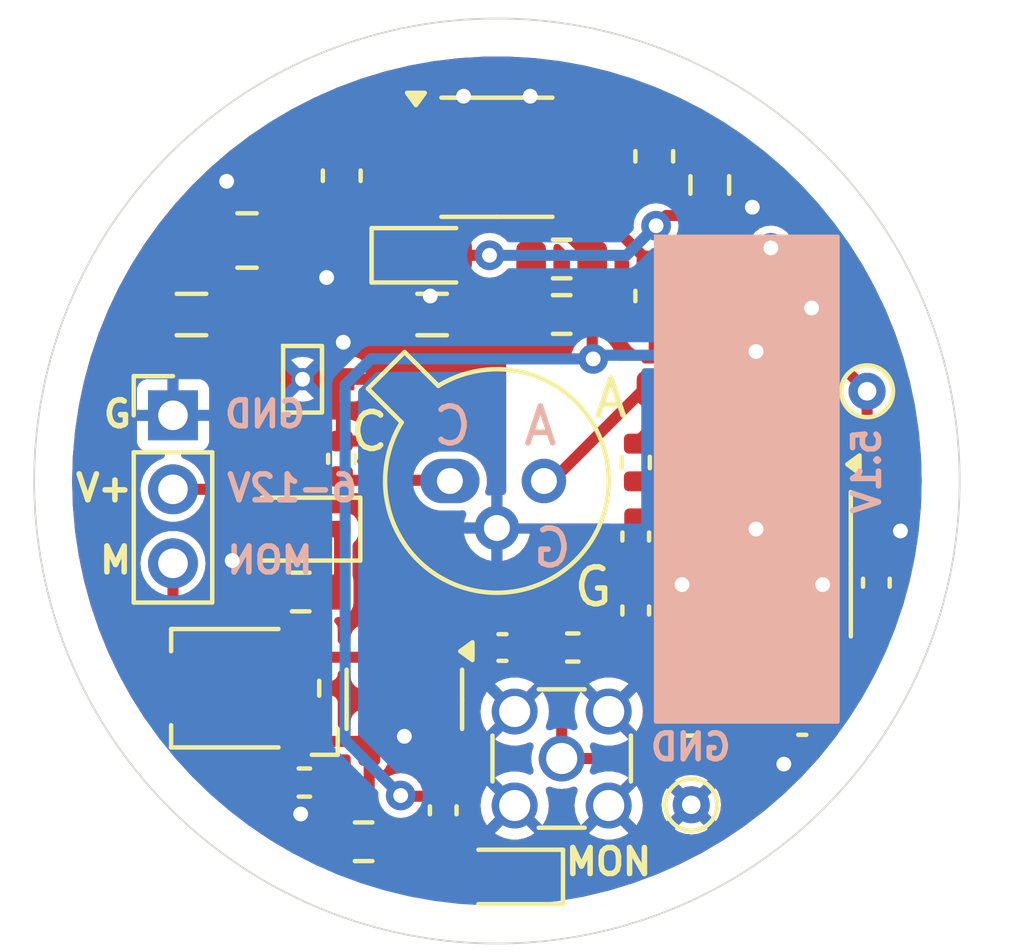
<source format=kicad_pcb>
(kicad_pcb (version 20240108) (generator "pcbnew") (generator_version "8.0")
  (layers (0 "F.Cu" signal) (31 "B.Cu" signal) (34 "B.Paste" user) (35 "F.Paste" user) (36 "B.SilkS" user "B.Silkscreen") (37 "F.SilkS" user "F.Silkscreen") (38 "B.Mask" user) (39 "F.Mask" user) (44 "Edge.Cuts" user))
  (net 0 "")
  (net 1 "/+9V")
  (net 2 "GND")
  (net 3 "/SET+")
  (net 4 "+5V")
  (net 5 "Net-(D3-K)")
  (net 6 "Net-(C5-Pad1)")
  (net 7 "Net-(U2-+V)")
  (net 8 "Net-(U2-Iin)")
  (net 9 "Net-(D3-A)")
  (net 10 "Net-(J2-In)")
  (net 11 "Net-(D2-A)")
  (net 12 "Net-(L1-Pad1)")
  (net 13 "Net-(U2--)")
  (net 17 "Net-(J1-Pin_3)")
  (net 18 "Net-(U2-Vbyp)")
  (net 19 "Net-(U3-+)")
  (net 20 "Net-(D1-K)")
  (net 21 "Net-(D1-A)")
  (net 22 "Net-(L2-Pad1)")
  (net 23 "Net-(U3--)")
  (net 24 "Net-(D4-A)")
  (footprint "Resistor_SMD:R_0603_1608Metric" (layer "F.Cu") (at 101.75 95.5 180)
    (property "Reference" "R3" (hide yes))
    (property "Value" "300R")
    (fp_line (start -0.237258 0.5225) (end 0.237258 0.5225) (stroke (width 0.12)) (layer "F.SilkS"))
    (fp_line (start -0.237258 -0.5225) (end 0.237258 -0.5225) (stroke (width 0.12)) (layer "F.SilkS"))
    (pad "1" smd roundrect (at -0.825 0 180) (size 0.8 0.95) (layers "F.Cu" "F.Paste" "F.Mask") (net 4 "+5V"))
    (pad "2" smd roundrect (at 0.825 0 180) (size 0.8 0.95) (layers "F.Cu" "F.Paste" "F.Mask") (net 12 "Net-(L1-Pad1)"))
  )
  (footprint "Resistor_SMD:R_0603_1608Metric" (layer "F.Cu") (at 94.7 103 180)
    (property "Reference" "R8" (hide yes))
    (property "Value" "10")
    (fp_line (start -0.237258 0.5225) (end 0.237258 0.5225) (stroke (width 0.12)) (layer "F.SilkS"))
    (fp_line (start -0.237258 -0.5225) (end 0.237258 -0.5225) (stroke (width 0.12)) (layer "F.SilkS"))
    (pad "1" smd roundrect (at -0.825 0 180) (size 0.8 0.95) (layers "F.Cu" "F.Paste" "F.Mask") (net 20 "Net-(D1-K)"))
    (pad "2" smd roundrect (at 0.825 0 180) (size 0.8 0.95) (layers "F.Cu" "F.Paste" "F.Mask") (net 22 "Net-(L2-Pad1)"))
  )
  (footprint "Resistor_SMD:R_0402_1005Metric" (layer "F.Cu") (at 102.05 104.5 180)
    (property "Reference" "R6" (hide yes))
    (property "Value" "100k")
    (fp_line (start -0.153641 0.38) (end 0.153641 0.38) (stroke (width 0.12)) (layer "F.SilkS"))
    (fp_line (start -0.153641 -0.38) (end 0.153641 -0.38) (stroke (width 0.12)) (layer "F.SilkS"))
    (pad "1" smd roundrect (at -0.51 0 180) (size 0.54 0.64) (layers "F.Cu" "F.Paste" "F.Mask") (net 10 "Net-(J2-In)"))
    (pad "2" smd roundrect (at 0.51 0 180) (size 0.54 0.64) (layers "F.Cu" "F.Paste" "F.Mask") (net 19 "Net-(U3-+)"))
  )
  (footprint "Diode_SMD:D_SOD-323" (layer "F.Cu") (at 94.7 101.3 180)
    (property "Reference" "D1" (hide yes))
    (property "Value" "1N5819WS")
    (fp_line (start -1.61 0.85) (end 1.05 0.85) (stroke (width 0.12)) (layer "F.SilkS"))
    (fp_line (start -1.61 -0.85) (end 1.05 -0.85) (stroke (width 0.12)) (layer "F.SilkS"))
    (fp_line (start -1.61 -0.85) (end -1.61 0.85) (stroke (width 0.12)) (layer "F.SilkS"))
    (pad "1" smd roundrect (at -1.05 0 180) (size 0.6 0.45) (layers "F.Cu" "F.Paste" "F.Mask") (net 20 "Net-(D1-K)"))
    (pad "2" smd roundrect (at 1.05 0 180) (size 0.6 0.45) (layers "F.Cu" "F.Paste" "F.Mask") (net 21 "Net-(D1-A)"))
  )
  (footprint "Capacitor_SMD:C_0603_1608Metric" (layer "F.Cu") (at 95.809 91.75 -90)
    (property "Reference" "C1" (hide yes))
    (property "Value" "4u7")
    (fp_line (start -0.14058 0.51) (end 0.14058 0.51) (stroke (width 0.12)) (layer "F.SilkS"))
    (fp_line (start -0.14058 -0.51) (end 0.14058 -0.51) (stroke (width 0.12)) (layer "F.SilkS"))
    (pad "1" smd roundrect (at -0.775 0 270) (size 0.9 0.95) (layers "F.Cu" "F.Paste" "F.Mask") (net 1 "/+9V"))
    (pad "2" smd roundrect (at 0.775 0 270) (size 0.9 0.95) (layers "F.Cu" "F.Paste" "F.Mask") (net 2 "GND"))
  )
  (footprint "Package_SO:MSOP-10-1EP_3x3mm_P0.5mm_EP1.68x1.88mm" (layer "F.Cu") (at 100 91.25)
    (property "Reference" "U1" (hide yes))
    (property "Value" "LT3042EMSE")
    (fp_line (start 0 -1.61) (end -1.5 -1.61) (stroke (width 0.12)) (layer "F.SilkS"))
    (fp_line (start 0 -1.61) (end 1.5 -1.61) (stroke (width 0.12)) (layer "F.SilkS"))
    (fp_line (start 0 1.61) (end -1.5 1.61) (stroke (width 0.12)) (layer "F.SilkS"))
    (fp_line (start 0 1.61) (end 1.5 1.61) (stroke (width 0.12)) (layer "F.SilkS"))
    (fp_poly (pts (xy -2.1875 -1.41) (xy -2.4275 -1.74) (xy -1.9475 -1.74) (xy -2.1875 -1.41)) (stroke (width 0.12)) (fill solid) (layer "F.SilkS"))
    (pad "1" smd roundrect (at -2.15 -1) (size 1.45 0.3) (layers "F.Cu" "F.Paste" "F.Mask") (net 1 "/+9V"))
    (pad "2" smd roundrect (at -2.15 -0.5) (size 1.45 0.3) (layers "F.Cu" "F.Paste" "F.Mask") (net 1 "/+9V"))
    (pad "3" smd roundrect (at -2.15 0) (size 1.45 0.3) (layers "F.Cu" "F.Paste" "F.Mask") (net 1 "/+9V"))
    (pad "4" smd roundrect (at -2.15 0.5) (size 1.45 0.3) (layers "F.Cu" "F.Paste" "F.Mask"))
    (pad "5" smd roundrect (at -2.15 1) (size 1.45 0.3) (layers "F.Cu" "F.Paste" "F.Mask") (net 2 "GND"))
    (pad "6" smd roundrect (at 2.15 1) (size 1.45 0.3) (layers "F.Cu" "F.Paste" "F.Mask") (net 1 "/+9V"))
    (pad "7" smd roundrect (at 2.15 0.5) (size 1.45 0.3) (layers "F.Cu" "F.Paste" "F.Mask") (net 3 "/SET+"))
    (pad "8" smd roundrect (at 2.15 0) (size 1.45 0.3) (layers "F.Cu" "F.Paste" "F.Mask") (net 2 "GND"))
    (pad "9" smd roundrect (at 2.15 -0.5) (size 1.45 0.3) (layers "F.Cu" "F.Paste" "F.Mask") (net 4 "+5V"))
    (pad "10" smd roundrect (at 2.15 -1) (size 1.45 0.3) (layers "F.Cu" "F.Paste" "F.Mask") (net 4 "+5V"))
    (pad "11" smd rect (at 0 0) (size 1.68 1.88) (property pad_prop_heatsink) (layers "F.Cu" "F.Mask") (net 2 "GND"))
  )
  (footprint "Capacitor_SMD:C_0603_1608Metric" (layer "F.Cu") (at 104.25 95 -90)
    (property "Reference" "C2" (hide yes))
    (property "Value" "4u7")
    (fp_line (start -0.14058 0.51) (end 0.14058 0.51) (stroke (width 0.12)) (layer "F.SilkS"))
    (fp_line (start -0.14058 -0.51) (end 0.14058 -0.51) (stroke (width 0.12)) (layer "F.SilkS"))
    (pad "1" smd roundrect (at -0.775 0 270) (size 0.9 0.95) (layers "F.Cu" "F.Paste" "F.Mask") (net 3 "/SET+"))
    (pad "2" smd roundrect (at 0.775 0 270) (size 0.9 0.95) (layers "F.Cu" "F.Paste" "F.Mask") (net 2 "GND"))
  )
  (footprint "Potentiometer_SMD:Potentiometer_Bourns_TC33X_Vertical" (layer "F.Cu") (at 93.1 105.6 180)
    (property "Reference" "RV1" (hide yes))
    (property "Value" "100k")
    (fp_line (start 1.9 1.6) (end 1.9 1) (stroke (width 0.12)) (layer "F.SilkS"))
    (fp_line (start 1.9 -1.6) (end 1.9 -1) (stroke (width 0.12)) (layer "F.SilkS"))
    (fp_line (start -1 1.6) (end 1.9 1.6) (stroke (width 0.12)) (layer "F.SilkS"))
    (fp_line (start -1 -1.6) (end 1.9 -1.6) (stroke (width 0.12)) (layer "F.SilkS"))
    (fp_line (start -1.9 -1.8) (end -2.6 -1.8) (stroke (width 0.12)) (layer "F.SilkS"))
    (fp_line (start -2.1 -0.2) (end -2.1 0.2) (stroke (width 0.12)) (layer "F.SilkS"))
    (fp_line (start -2.6 -1.8) (end -2.6 -1.1) (stroke (width 0.12)) (layer "F.SilkS"))
    (pad "1" smd rect (at -1.8 -1 180) (size 1.2 1.2) (layers "F.Cu" "F.Paste" "F.Mask") (net 17 "Net-(J1-Pin_3)"))
    (pad "2" smd rect (at 1.45 0 180) (size 1.5 1.6) (layers "F.Cu" "F.Paste" "F.Mask") (net 17 "Net-(J1-Pin_3)"))
    (pad "3" smd rect (at -1.8 1 180) (size 1.2 1.2) (layers "F.Cu" "F.Paste" "F.Mask") (net 23 "Net-(U3--)"))
  )
  (footprint "NFM:NFM21C" (layer "F.Cu") (at 108.5 95.325 -90)
    (property "Reference" "C6" (hide yes))
    (property "Value" "NFM21PC105B1C3D")
    (fp_rect (start -0.9 0.525) (end 0.9 -0.525) (stroke (width 0.12)) (fill none) (layer "F.SilkS"))
    (pad "1" smd roundrect (at -1.425 0 270) (size 1.4 0.8) (layers "F.Cu" "F.Paste" "F.Mask") (roundrect_rratio 0.05) (net 4 "+5V"))
    (pad "2" smd roundrect (at 0 -0.85 270) (size 0.6 1.1) (layers "F.Cu" "F.Paste" "F.Mask") (roundrect_rratio 0.05) (net 2 "GND"))
    (pad "2" thru_hole circle (at 0 0 270) (size 0.6 0.6) (drill 0.4) (layers "*.Cu") (net 2 "GND"))
    (pad "2" smd rect (at 0 0 270) (size 0.6 0.7) (layers "F.Cu") (net 2 "GND"))
    (pad "2" smd roundrect (at 0 0.85 270) (size 0.6 1.1) (layers "F.Cu" "F.Paste" "F.Mask") (roundrect_rratio 0.05) (net 2 "GND"))
    (pad "3" smd roundrect (at 1.425 0 270) (size 1.4 0.8) (layers "F.Cu" "F.Paste" "F.Mask") (roundrect_rratio 0.05) (net 7 "Net-(U2-+V)"))
  )
  (footprint "Capacitor_SMD:C_0402_1005Metric" (layer "F.Cu") (at 100.15 104.5)
    (property "Reference" "C11" (hide yes))
    (property "Value" "1n")
    (fp_line (start -0.107836 -0.36) (end 0.107836 -0.36) (stroke (width 0.12)) (layer "F.SilkS"))
    (fp_line (start -0.107836 0.36) (end 0.107836 0.36) (stroke (width 0.12)) (layer "F.SilkS"))
    (pad "1" smd roundrect (at -0.48 0) (size 0.56 0.62) (layers "F.Cu" "F.Paste" "F.Mask") (net 2 "GND"))
    (pad "2" smd roundrect (at 0.48 0) (size 0.56 0.62) (layers "F.Cu" "F.Paste" "F.Mask") (net 19 "Net-(U3-+)"))
  )
  (footprint "Package_SO:SOIC-8_3.9x4.9mm_P1.27mm" (layer "F.Cu") (at 107 102.25 -90)
    (property "Reference" "U2" (hide yes))
    (property "Value" "AD8015")
    (fp_line (start 0 2.56) (end -1.95 2.56) (stroke (width 0.12)) (layer "F.SilkS"))
    (fp_line (start 0 2.56) (end 1.95 2.56) (stroke (width 0.12)) (layer "F.SilkS"))
    (fp_line (start 0 -2.56) (end -1.95 -2.56) (stroke (width 0.12)) (layer "F.SilkS"))
    (fp_line (start 0 -2.56) (end 1.95 -2.56) (stroke (width 0.12)) (layer "F.SilkS"))
    (fp_poly (pts (xy -2.7 -2.465) (xy -2.94 -2.795) (xy -2.46 -2.795) (xy -2.7 -2.465)) (stroke (width 0.12)) (fill solid) (layer "F.SilkS"))
    (pad "1" smd roundrect (at -2.475 -1.905 270) (size 1.95 0.6) (layers "F.Cu" "F.Paste" "F.Mask"))
    (pad "2" smd roundrect (at -2.475 -0.635 270) (size 1.95 0.6) (layers "F.Cu" "F.Paste" "F.Mask") (net 8 "Net-(U2-Iin)"))
    (pad "3" smd roundrect (at -2.475 0.635 270) (size 1.95 0.6) (layers "F.Cu" "F.Paste" "F.Mask"))
    (pad "4" smd roundrect (at -2.475 1.905 270) (size 1.95 0.6) (layers "F.Cu" "F.Paste" "F.Mask") (net 18 "Net-(U2-Vbyp)"))
    (pad "5" smd roundrect (at 2.475 1.905 270) (size 1.95 0.6) (layers "F.Cu" "F.Paste" "F.Mask") (net 2 "GND"))
    (pad "6" smd roundrect (at 2.475 0.635 270) (size 1.95 0.6) (layers "F.Cu" "F.Paste" "F.Mask") (net 13 "Net-(U2--)"))
    (pad "7" smd roundrect (at 2.475 -0.635 270) (size 1.95 0.6) (layers "F.Cu" "F.Paste" "F.Mask") (net 10 "Net-(J2-In)"))
    (pad "8" smd roundrect (at 2.475 -1.905 270) (size 1.95 0.6) (layers "F.Cu" "F.Paste" "F.Mask") (net 7 "Net-(U2-+V)"))
  )
  (footprint "Resistor_SMD:R_0402_1005Metric" (layer "F.Cu") (at 103.75 99.5 -90)
    (property "Reference" "R4" (hide yes))
    (property "Value" "10k")
    (fp_line (start -0.153641 0.38) (end 0.153641 0.38) (stroke (width 0.12)) (layer "F.SilkS"))
    (fp_line (start -0.153641 -0.38) (end 0.153641 -0.38) (stroke (width 0.12)) (layer "F.SilkS"))
    (pad "1" smd roundrect (at -0.51 0 270) (size 0.54 0.64) (layers "F.Cu" "F.Paste" "F.Mask") (net 9 "Net-(D3-A)"))
    (pad "2" smd roundrect (at 0.51 0 270) (size 0.54 0.64) (layers "F.Cu" "F.Paste" "F.Mask") (net 2 "GND"))
  )
  (footprint "Resistor_SMD:R_0603_1608Metric" (layer "F.Cu") (at 105.75 95 -90)
    (property "Reference" "R1" (hide yes))
    (property "Value" "51k")
    (fp_line (start -0.237258 0.5225) (end 0.237258 0.5225) (stroke (width 0.12)) (layer "F.SilkS"))
    (fp_line (start -0.237258 -0.5225) (end 0.237258 -0.5225) (stroke (width 0.12)) (layer "F.SilkS"))
    (pad "1" smd roundrect (at -0.825 0 270) (size 0.8 0.95) (layers "F.Cu" "F.Paste" "F.Mask") (net 3 "/SET+"))
    (pad "2" smd roundrect (at 0.825 0 270) (size 0.8 0.95) (layers "F.Cu" "F.Paste" "F.Mask") (net 2 "GND"))
  )
  (footprint "Capacitor_SMD:C_0402_1005Metric" (layer "F.Cu") (at 95.8 99.4 90)
    (property "Reference" "C7" (hide yes))
    (property "Value" "10n")
    (fp_line (start -0.107836 -0.36) (end 0.107836 -0.36) (stroke (width 0.12)) (layer "F.SilkS"))
    (fp_line (start -0.107836 0.36) (end 0.107836 0.36) (stroke (width 0.12)) (layer "F.SilkS"))
    (pad "1" smd roundrect (at -0.48 0 90) (size 0.56 0.62) (layers "F.Cu" "F.Paste" "F.Mask") (net 5 "Net-(D3-K)"))
    (pad "2" smd roundrect (at 0.48 0 90) (size 0.56 0.62) (layers "F.Cu" "F.Paste" "F.Mask") (net 2 "GND"))
  )
  (footprint "Resistor_SMD:R_0402_1005Metric" (layer "F.Cu") (at 105.25 106.5 180)
    (property "Reference" "R5" (hide yes))
    (property "Value" "49.9")
    (fp_line (start -0.153641 0.38) (end 0.153641 0.38) (stroke (width 0.12)) (layer "F.SilkS"))
    (fp_line (start -0.153641 -0.38) (end 0.153641 -0.38) (stroke (width 0.12)) (layer "F.SilkS"))
    (pad "1" smd roundrect (at -0.51 0 180) (size 0.54 0.64) (layers "F.Cu" "F.Paste" "F.Mask") (net 13 "Net-(U2--)"))
    (pad "2" smd roundrect (at 0.51 0 180) (size 0.54 0.64) (layers "F.Cu" "F.Paste" "F.Mask") (net 2 "GND"))
  )
  (footprint "TestPoint:TestPoint_THTPad_D1.0mm_Drill0.5mm" (layer "F.Cu") (at 105.25 108.75)
    (property "Reference" "TP2" (hide yes))
    (property "Value" "GND")
    (fp_circle (center 0 0) (end 0 0.7) (stroke (width 0.12)) (fill none) (layer "F.SilkS"))
    (pad "1" thru_hole circle (at 0 0) (size 1 1) (drill 0.5) (layers "*.Cu" "*.Mask") (net 2 "GND"))
  )
  (footprint "Capacitor_SMD:C_0402_1005Metric" (layer "F.Cu") (at 103.75 103.5 -90)
    (property "Reference" "C14" (hide yes))
    (property "Value" "100n")
    (fp_line (start -0.107836 0.36) (end 0.107836 0.36) (stroke (width 0.12)) (layer "F.SilkS"))
    (fp_line (start -0.107836 -0.36) (end 0.107836 -0.36) (stroke (width 0.12)) (layer "F.SilkS"))
    (pad "1" smd roundrect (at -0.48 0 270) (size 0.56 0.62) (layers "F.Cu" "F.Paste" "F.Mask") (net 18 "Net-(U2-Vbyp)"))
    (pad "2" smd roundrect (at 0.48 0 270) (size 0.56 0.62) (layers "F.Cu" "F.Paste" "F.Mask") (net 2 "GND"))
  )
  (footprint "Inductor_SMD:L_0805_2012Metric" (layer "F.Cu") (at 98.25 95.5 180)
    (property "Reference" "L1" (hide yes))
    (property "Value" "100u")
    (fp_line (start -0.399622 0.56) (end 0.399622 0.56) (stroke (width 0.12)) (layer "F.SilkS"))
    (fp_line (start -0.399622 -0.56) (end 0.399622 -0.56) (stroke (width 0.12)) (layer "F.SilkS"))
    (pad "1" smd roundrect (at -1.0625 0 180) (size 0.875 1.2) (layers "F.Cu" "F.Paste" "F.Mask") (net 12 "Net-(L1-Pad1)"))
    (pad "2" smd roundrect (at 1.0625 0 180) (size 0.875 1.2) (layers "F.Cu" "F.Paste" "F.Mask") (net 6 "Net-(C5-Pad1)"))
  )
  (footprint "Connector_PinHeader_2.00mm:PinHeader_1x03_P2.00mm_Vertical" (layer "F.Cu") (at 91.25 98.225)
    (property "Reference" "J1" (hide yes))
    (property "Value" "Conn_01x03")
    (fp_line (start -1.06 -1.06) (end 0 -1.06) (stroke (width 0.12)) (layer "F.SilkS"))
    (fp_line (start -1.06 0) (end -1.06 -1.06) (stroke (width 0.12)) (layer "F.SilkS"))
    (fp_line (start -1.06 1) (end -1.06 5.06) (stroke (width 0.12)) (layer "F.SilkS"))
    (fp_line (start -1.06 1) (end 1.06 1) (stroke (width 0.12)) (layer "F.SilkS"))
    (fp_line (start -1.06 5.06) (end 1.06 5.06) (stroke (width 0.12)) (layer "F.SilkS"))
    (fp_line (start 1.06 1) (end 1.06 5.06) (stroke (width 0.12)) (layer "F.SilkS"))
    (pad "1" thru_hole rect (at 0 0) (size 1.35 1.35) (drill 0.8) (layers "*.Cu" "*.Mask") (net 2 "GND"))
    (pad "2" thru_hole oval (at 0 2) (size 1.35 1.35) (drill 0.8) (layers "*.Cu" "*.Mask") (net 21 "Net-(D1-A)"))
    (pad "3" thru_hole oval (at 0 4) (size 1.35 1.35) (drill 0.8) (layers "*.Cu" "*.Mask") (net 17 "Net-(J1-Pin_3)"))
  )
  (footprint "Resistor_SMD:R_0402_1005Metric" (layer "F.Cu") (at 94.8 108.15)
    (property "Reference" "R10" (hide yes))
    (property "Value" "10k")
    (fp_line (start -0.153641 -0.38) (end 0.153641 -0.38) (stroke (width 0.12)) (layer "F.SilkS"))
    (fp_line (start -0.153641 0.38) (end 0.153641 0.38) (stroke (width 0.12)) (layer "F.SilkS"))
    (pad "1" smd roundrect (at -0.51 0) (size 0.54 0.64) (layers "F.Cu" "F.Paste" "F.Mask") (net 23 "Net-(U3--)"))
    (pad "2" smd roundrect (at 0.51 0) (size 0.54 0.64) (layers "F.Cu" "F.Paste" "F.Mask") (net 2 "GND"))
  )
  (footprint "Capacitor_SMD:C_0402_1005Metric" (layer "F.Cu") (at 98.55 108.9 -90)
    (property "Reference" "C4" (hide yes))
    (property "Value" "100n")
    (fp_line (start -0.107836 0.36) (end 0.107836 0.36) (stroke (width 0.12)) (layer "F.SilkS"))
    (fp_line (start -0.107836 -0.36) (end 0.107836 -0.36) (stroke (width 0.12)) (layer "F.SilkS"))
    (pad "1" smd roundrect (at -0.48 0 270) (size 0.56 0.62) (layers "F.Cu" "F.Paste" "F.Mask") (net 4 "+5V"))
    (pad "2" smd roundrect (at 0.48 0 270) (size 0.56 0.62) (layers "F.Cu" "F.Paste" "F.Mask") (net 2 "GND"))
  )
  (footprint "Connector_Coaxial:MMCX_Molex_73415-1471_Vertical" (layer "F.Cu") (at 101.75 107.5 180)
    (property "Reference" "J2" (hide yes))
    (property "Value" "RF")
    (fp_line (start 1.87 0.62) (end 1.87 -0.62) (stroke (width 0.12)) (layer "F.SilkS"))
    (fp_line (start 0.62 1.87) (end -0.62 1.87) (stroke (width 0.12)) (layer "F.SilkS"))
    (fp_line (start 0.62 -1.87) (end -0.62 -1.87) (stroke (width 0.12)) (layer "F.SilkS"))
    (fp_line (start -1.87 0.62) (end -1.87 -0.62) (stroke (width 0.12)) (layer "F.SilkS"))
    (pad "1" thru_hole circle (at 0 0 180) (size 1.24 1.24) (drill 0.84) (layers "*.Cu" "*.Mask") (net 10 "Net-(J2-In)"))
    (pad "2" thru_hole circle (at -1.27 -1.27 180) (size 1.24 1.24) (drill 0.84) (layers "*.Cu" "*.Mask") (net 2 "GND"))
    (pad "2" thru_hole circle (at -1.27 1.27 180) (size 1.24 1.24) (drill 0.84) (layers "*.Cu" "*.Mask") (net 2 "GND"))
    (pad "2" thru_hole circle (at 1.27 -1.27 180) (size 1.24 1.24) (drill 0.84) (layers "*.Cu" "*.Mask") (net 2 "GND"))
    (pad "2" thru_hole circle (at 1.27 1.27 180) (size 1.24 1.24) (drill 0.84) (layers "*.Cu" "*.Mask") (net 2 "GND"))
  )
  (footprint "NFM:NFM21C" (layer "F.Cu") (at 94.75 97.25 -90)
    (property "Reference" "C5" (hide yes))
    (property "Value" "NFM21PC105B1C3D")
    (fp_rect (start -0.9 0.525) (end 0.9 -0.525) (stroke (width 0.12)) (fill none) (layer "F.SilkS"))
    (pad "1" smd roundrect (at -1.425 0 270) (size 1.4 0.8) (layers "F.Cu" "F.Paste" "F.Mask") (roundrect_rratio 0.05) (net 6 "Net-(C5-Pad1)"))
    (pad "2" smd roundrect (at 0 -0.85 270) (size 0.6 1.1) (layers "F.Cu" "F.Paste" "F.Mask") (roundrect_rratio 0.05) (net 2 "GND"))
    (pad "2" thru_hole circle (at 0 0 270) (size 0.6 0.6) (drill 0.4) (layers "*.Cu") (net 2 "GND"))
    (pad "2" smd rect (at 0 0 270) (size 0.6 0.7) (layers "F.Cu") (net 2 "GND"))
    (pad "2" smd roundrect (at 0 0.85 270) (size 0.6 1.1) (layers "F.Cu" "F.Paste" "F.Mask") (roundrect_rratio 0.05) (net 2 "GND"))
    (pad "3" smd roundrect (at 1.425 0 270) (size 1.4 0.8) (layers "F.Cu" "F.Paste" "F.Mask") (roundrect_rratio 0.05) (net 5 "Net-(D3-K)"))
  )
  (footprint "Capacitor_SMD:C_0402_1005Metric" (layer "F.Cu") (at 110.25 102.75 90)
    (property "Reference" "C10" (hide yes))
    (property "Value" "100n")
    (fp_line (start -0.107836 -0.36) (end 0.107836 -0.36) (stroke (width 0.12)) (layer "F.SilkS"))
    (fp_line (start -0.107836 0.36) (end 0.107836 0.36) (stroke (width 0.12)) (layer "F.SilkS"))
    (pad "1" smd roundrect (at -0.48 0 90) (size 0.56 0.62) (layers "F.Cu" "F.Paste" "F.Mask") (net 7 "Net-(U2-+V)"))
    (pad "2" smd roundrect (at 0.48 0 90) (size 0.56 0.62) (layers "F.Cu" "F.Paste" "F.Mask") (net 2 "GND"))
  )
  (footprint "Package_TO_SOT_SMD:SOT-23-5" (layer "F.Cu") (at 97.5 105.9 -90)
    (property "Reference" "U3" (hide yes))
    (property "Value" "LM321")
    (fp_line (start 0 1.56) (end -0.8 1.56) (stroke (width 0.12)) (layer "F.SilkS"))
    (fp_line (start 0 1.56) (end 0.8 1.56) (stroke (width 0.12)) (layer "F.SilkS"))
    (fp_line (start 0 -1.56) (end -0.8 -1.56) (stroke (width 0.12)) (layer "F.SilkS"))
    (fp_line (start 0 -1.56) (end 0.8 -1.56) (stroke (width 0.12)) (layer "F.SilkS"))
    (fp_poly (pts (xy -1.3 -1.51) (xy -1.54 -1.84) (xy -1.06 -1.84) (xy -1.3 -1.51)) (stroke (width 0.12)) (fill solid) (layer "F.SilkS"))
    (pad "1" smd roundrect (at -1.1375 -0.95 270) (size 1.325 0.6) (layers "F.Cu" "F.Paste" "F.Mask") (net 19 "Net-(U3-+)"))
    (pad "2" smd roundrect (at -1.1375 0 270) (size 1.325 0.6) (layers "F.Cu" "F.Paste" "F.Mask") (net 2 "GND"))
    (pad "3" smd roundrect (at -1.1375 0.95 270) (size 1.325 0.6) (layers "F.Cu" "F.Paste" "F.Mask") (net 23 "Net-(U3--)"))
    (pad "4" smd roundrect (at 1.1375 0.95 270) (size 1.325 0.6) (layers "F.Cu" "F.Paste" "F.Mask") (net 17 "Net-(J1-Pin_3)"))
    (pad "5" smd roundrect (at 1.1375 -0.95 270) (size 1.325 0.6) (layers "F.Cu" "F.Paste" "F.Mask") (net 4 "+5V"))
  )
  (footprint "LED_SMD:LED_0603_1608Metric" (layer "F.Cu") (at 100.3 110.7 180)
    (property "Reference" "D4" (hide yes))
    (property "Value" "LED")
    (fp_line (start 0.8 -0.735) (end -1.485 -0.735) (stroke (width 0.12)) (layer "F.SilkS"))
    (fp_line (start -1.485 0.735) (end 0.8 0.735) (stroke (width 0.12)) (layer "F.SilkS"))
    (fp_line (start -1.485 -0.735) (end -1.485 0.735) (stroke (width 0.12)) (layer "F.SilkS"))
    (pad "1" smd roundrect (at -0.7875 0 180) (size 0.875 0.95) (layers "F.Cu" "F.Paste" "F.Mask") (net 2 "GND"))
    (pad "2" smd roundrect (at 0.7875 0 180) (size 0.875 0.95) (layers "F.Cu" "F.Paste" "F.Mask") (net 24 "Net-(D4-A)"))
  )
  (footprint "Resistor_SMD:R_0603_1608Metric" (layer "F.Cu") (at 105.75 92 90)
    (property "Reference" "R2" (hide yes))
    (property "Value" "1.5k")
    (fp_line (start -0.237258 -0.5225) (end 0.237258 -0.5225) (stroke (width 0.12)) (layer "F.SilkS"))
    (fp_line (start -0.237258 0.5225) (end 0.237258 0.5225) (stroke (width 0.12)) (layer "F.SilkS"))
    (pad "1" smd roundrect (at -0.825 0 90) (size 0.8 0.95) (layers "F.Cu" "F.Paste" "F.Mask") (net 11 "Net-(D2-A)"))
    (pad "2" smd roundrect (at 0.825 0 90) (size 0.8 0.95) (layers "F.Cu" "F.Paste" "F.Mask") (net 4 "+5V"))
  )
  (footprint "Capacitor_SMD:C_0805_2012Metric" (layer "F.Cu") (at 93.25 93.5 180)
    (property "Reference" "C12" (hide yes))
    (property "Value" "22u")
    (fp_line (start -0.261252 0.735) (end 0.261252 0.735) (stroke (width 0.12)) (layer "F.SilkS"))
    (fp_line (start -0.261252 -0.735) (end 0.261252 -0.735) (stroke (width 0.12)) (layer "F.SilkS"))
    (pad "1" smd roundrect (at -0.95 0 180) (size 1 1.45) (layers "F.Cu" "F.Paste" "F.Mask") (net 1 "/+9V"))
    (pad "2" smd roundrect (at 0.95 0 180) (size 1 1.45) (layers "F.Cu" "F.Paste" "F.Mask") (net 2 "GND"))
  )
  (footprint "Capacitor_SMD:C_0402_1005Metric" (layer "F.Cu") (at 108.25 106.5 180)
    (property "Reference" "C9" (hide yes))
    (property "Value" "10n")
    (fp_line (start -0.107836 0.36) (end 0.107836 0.36) (stroke (width 0.12)) (layer "F.SilkS"))
    (fp_line (start -0.107836 -0.36) (end 0.107836 -0.36) (stroke (width 0.12)) (layer "F.SilkS"))
    (pad "1" smd roundrect (at -0.48 0 180) (size 0.56 0.62) (layers "F.Cu" "F.Paste" "F.Mask") (net 7 "Net-(U2-+V)"))
    (pad "2" smd roundrect (at 0.48 0 180) (size 0.56 0.62) (layers "F.Cu" "F.Paste" "F.Mask") (net 2 "GND"))
  )
  (footprint "Capacitor_SMD:C_0603_1608Metric" (layer "F.Cu") (at 104.25 91.224 -90)
    (property "Reference" "C3" (hide yes))
    (property "Value" "4u7")
    (fp_line (start -0.14058 0.51) (end 0.14058 0.51) (stroke (width 0.12)) (layer "F.SilkS"))
    (fp_line (start -0.14058 -0.51) (end 0.14058 -0.51) (stroke (width 0.12)) (layer "F.SilkS"))
    (pad "1" smd roundrect (at -0.775 0 270) (size 0.9 0.95) (layers "F.Cu" "F.Paste" "F.Mask") (net 4 "+5V"))
    (pad "2" smd roundrect (at 0.775 0 270) (size 0.9 0.95) (layers "F.Cu" "F.Paste" "F.Mask") (net 2 "GND"))
  )
  (footprint "Inductor_SMD:L_0805_2012Metric" (layer "F.Cu") (at 91.75 95.5)
    (property "Reference" "L2" (hide yes))
    (property "Value" "100u")
    (fp_line (start -0.399622 -0.56) (end 0.399622 -0.56) (stroke (width 0.12)) (layer "F.SilkS"))
    (fp_line (start -0.399622 0.56) (end 0.399622 0.56) (stroke (width 0.12)) (layer "F.SilkS"))
    (pad "1" smd roundrect (at -1.0625 0) (size 0.875 1.2) (layers "F.Cu" "F.Paste" "F.Mask") (net 22 "Net-(L2-Pad1)"))
    (pad "2" smd roundrect (at 1.0625 0) (size 0.875 1.2) (layers "F.Cu" "F.Paste" "F.Mask") (net 1 "/+9V"))
  )
  (footprint "Resistor_SMD:R_0603_1608Metric" (layer "F.Cu") (at 101.75 94 180)
    (property "Reference" "R9" (hide yes))
    (property "Value" "300R")
    (fp_line (start -0.237258 0.5225) (end 0.237258 0.5225) (stroke (width 0.12)) (layer "F.SilkS"))
    (fp_line (start -0.237258 -0.5225) (end 0.237258 -0.5225) (stroke (width 0.12)) (layer "F.SilkS"))
    (pad "1" smd roundrect (at -0.825 0 180) (size 0.8 0.95) (layers "F.Cu" "F.Paste" "F.Mask") (net 1 "/+9V"))
    (pad "2" smd roundrect (at 0.825 0 180) (size 0.8 0.95) (layers "F.Cu" "F.Paste" "F.Mask") (net 12 "Net-(L1-Pad1)"))
  )
  (footprint "Capacitor_SMD:C_0603_1608Metric" (layer "F.Cu") (at 105 97.5)
    (property "Reference" "C8" (hide yes))
    (property "Value" "10n C0G")
    (fp_line (start -0.14058 -0.51) (end 0.14058 -0.51) (stroke (width 0.12)) (layer "F.SilkS"))
    (fp_line (start -0.14058 0.51) (end 0.14058 0.51) (stroke (width 0.12)) (layer "F.SilkS"))
    (pad "1" smd roundrect (at -0.775 0) (size 0.9 0.95) (layers "F.Cu" "F.Paste" "F.Mask") (net 9 "Net-(D3-A)"))
    (pad "2" smd roundrect (at 0.775 0) (size 0.9 0.95) (layers "F.Cu" "F.Paste" "F.Mask") (net 8 "Net-(U2-Iin)"))
  )
  (footprint "Package_TO_SOT_THT:TO-18-3" (layer "F.Cu") (at 100 100)
    (property "Reference" "D3" (hide yes))
    (property "Value" "S597x")
    (fp_line (start -3.484448 -2.494499) (end -2.572281 -1.582331) (stroke (width 0.12)) (layer "F.SilkS"))
    (fp_line (start -2.494499 -3.484448) (end -3.484448 -2.494499) (stroke (width 0.12)) (layer "F.SilkS"))
    (fp_line (start -1.582331 -2.572281) (end -2.494499 -3.484448) (stroke (width 0.12)) (layer "F.SilkS"))
    (fp_arc (start -1.582331 -2.572281) (mid 2.135374 2.135551) (end -2.57215 -1.582544) (stroke (width 0.12)) (layer "F.SilkS"))
    (pad "1" thru_hole oval (at -1.27 0) (size 1.6 1.2) (drill 0.7) (layers "*.Cu" "*.Mask") (net 5 "Net-(D3-K)"))
    (pad "2" thru_hole oval (at 0 1.27) (size 1.2 1.2) (drill 0.7) (layers "*.Cu" "*.Mask") (net 2 "GND"))
    (pad "3" thru_hole oval (at 1.27 0) (size 1.2 1.2) (drill 0.7) (layers "*.Cu" "*.Mask") (net 9 "Net-(D3-A)"))
  )
  (footprint "TestPoint:TestPoint_THTPad_D1.0mm_Drill0.5mm" (layer "F.Cu") (at 110 97.575)
    (property "Reference" "TP1" (hide yes))
    (property "Value" "+V")
    (fp_circle (center 0 0) (end 0 0.7) (stroke (width 0.12)) (fill none) (layer "F.SilkS"))
    (pad "1" thru_hole circle (at 0 0) (size 1 1) (drill 0.5) (layers "*.Cu" "*.Mask") (net 7 "Net-(U2-+V)"))
  )
  (footprint "Resistor_SMD:R_0603_1608Metric" (layer "F.Cu") (at 96.4 109.75 180)
    (property "Reference" "R11" (hide yes))
    (property "Value" "1.5k")
    (fp_line (start -0.237258 0.5225) (end 0.237258 0.5225) (stroke (width 0.12)) (layer "F.SilkS"))
    (fp_line (start -0.237258 -0.5225) (end 0.237258 -0.5225) (stroke (width 0.12)) (layer "F.SilkS"))
    (pad "1" smd roundrect (at -0.825 0 180) (size 0.8 0.95) (layers "F.Cu" "F.Paste" "F.Mask") (net 24 "Net-(D4-A)"))
    (pad "2" smd roundrect (at 0.825 0 180) (size 0.8 0.95) (layers "F.Cu" "F.Paste" "F.Mask") (net 17 "Net-(J1-Pin_3)"))
  )
  (footprint "Capacitor_SMD:C_0402_1005Metric" (layer "F.Cu") (at 103.75 101.5 90)
    (property "Reference" "C13" (hide yes))
    (property "Value" "10n")
    (fp_line (start -0.107836 -0.36) (end 0.107836 -0.36) (stroke (width 0.12)) (layer "F.SilkS"))
    (fp_line (start -0.107836 0.36) (end 0.107836 0.36) (stroke (width 0.12)) (layer "F.SilkS"))
    (pad "1" smd roundrect (at -0.48 0 90) (size 0.56 0.62) (layers "F.Cu" "F.Paste" "F.Mask") (net 18 "Net-(U2-Vbyp)"))
    (pad "2" smd roundrect (at 0.48 0 90) (size 0.56 0.62) (layers "F.Cu" "F.Paste" "F.Mask") (net 2 "GND"))
  )
  (footprint "LED_SMD:LED_0603_1608Metric" (layer "F.Cu") (at 98.1 93.9)
    (property "Reference" "D2" (hide yes))
    (property "Value" "LED")
    (fp_line (start -1.485 -0.735) (end -1.485 0.735) (stroke (width 0.12)) (layer "F.SilkS"))
    (fp_line (start -1.485 0.735) (end 0.8 0.735) (stroke (width 0.12)) (layer "F.SilkS"))
    (fp_line (start 0.8 -0.735) (end -1.485 -0.735) (stroke (width 0.12)) (layer "F.SilkS"))
    (pad "1" smd roundrect (at -0.7875 0) (size 0.875 0.95) (layers "F.Cu" "F.Paste" "F.Mask") (net 2 "GND"))
    (pad "2" smd roundrect (at 0.7875 0) (size 0.875 0.95) (layers "F.Cu" "F.Paste" "F.Mask") (net 11 "Net-(D2-A)"))
  )
  (gr_rect (start 104.3 93.4) (end 109.2 106.5) (stroke (width 0.12)) (fill solid) (layer "B.SilkS"))
  (gr_circle (center 100 100) (end 112.5 100) (stroke (width 0.05)) (fill none) (layer "Edge.Cuts"))
  (gr_text "GND" (at 106.4 107.6 0) (layer "B.SilkS") (effects (font (size 0.7 0.7)) (justify left bottom mirror)))
  (gr_text "A" (at 101.7 99.1 -0) (layer "B.SilkS") (effects (font (size 1 1)) (justify left bottom mirror)))
  (gr_text "C" (at 99.4 99.1 -0) (layer "B.SilkS") (effects (font (size 1 1)) (justify left bottom mirror)))
  (gr_text "6-12V" (at 96.3 100.6 0) (layer "B.SilkS") (effects (font (size 0.7 0.7)) (justify left bottom mirror)))
  (gr_text "5.1V" (at 110.4 98.5 90) (layer "B.SilkS") (effects (font (size 0.7 0.7)) (justify left bottom mirror)))
  (gr_text "G" (at 102.1 102.4 -0) (layer "B.SilkS") (effects (font (size 1 1)) (justify left bottom mirror)))
  (gr_text "MON" (at 95.1 102.55 0) (layer "B.SilkS") (effects (font (size 0.7 0.7)) (justify left bottom mirror)))
  (gr_text "GND" (at 94.9 98.6 0) (layer "B.SilkS") (effects (font (size 0.7 0.7)) (justify left bottom mirror)))
  (gr_text "MON" (at 101.785 110.7 0) (layer "F.SilkS") (effects (font (size 0.7 0.7)) (justify left bottom)))
  (gr_text "C" (at 95.95 99.25 0) (layer "F.SilkS") (effects (font (size 1 1)) (justify left bottom)))
  (gr_text "G" (at 102 103.45 0) (layer "F.SilkS") (effects (font (size 1 1)) (justify left bottom)))
  (gr_text "M" (at 89.2 102.55 0) (layer "F.SilkS") (effects (font (size 0.7 0.7)) (justify left bottom)))
  (gr_text "V+" (at 88.55 100.6 0) (layer "F.SilkS") (effects (font (size 0.7 0.7)) (justify left bottom)))
  (gr_text "G" (at 89.3 98.6 0) (layer "F.SilkS") (effects (font (size 0.7 0.7)) (justify left bottom)))
  (gr_text "A" (at 102.55 98.35 0) (layer "F.SilkS") (effects (font (size 1 1)) (justify left bottom)))
  (segment (start 101.65 93) (end 102.15 92.5) (width 0.3) (layer "F.Cu") (net 1))
  (segment (start 94.2 93.5) (end 96.057696 93.5) (width 0.3) (layer "F.Cu") (net 1))
  (segment (start 95.809 90.975) (end 94.525 90.975) (width 0.6) (layer "F.Cu") (net 1))
  (segment (start 94.525 90.975) (end 94.2 91.3) (width 0.6) (layer "F.Cu") (net 1))
  (segment (start 101.575 93) (end 102.575 94) (width 0.3) (layer "F.Cu") (net 1))
  (segment (start 96.557696 93) (end 101.575 93) (width 0.3) (layer "F.Cu") (net 1))
  (segment (start 97.85 90.75) (end 96.084 90.75) (width 0.3) (layer "F.Cu") (net 1))
  (segment (start 94.2 94.1125) (end 94.2 93.5) (width 0.6) (layer "F.Cu") (net 1))
  (segment (start 97.85 90.25) (end 96.358 90.25) (width 0.3) (layer "F.Cu") (net 1))
  (segment (start 97.85 91.25) (end 96.084 91.25) (width 0.3) (layer "F.Cu") (net 1))
  (segment (start 96.057696 93.5) (end 96.557696 93) (width 0.3) (layer "F.Cu") (net 1))
  (segment (start 101.575 93) (end 101.65 93) (width 0.3) (layer "F.Cu") (net 1))
  (segment (start 95.809 90.799) (end 95.809 90.975) (width 0.3) (layer "F.Cu") (net 1))
  (segment (start 94.2 91.3) (end 94.2 93.5) (width 0.6) (layer "F.Cu") (net 1))
  (segment (start 96.084 91.25) (end 95.809 90.975) (width 0.3) (layer "F.Cu") (net 1))
  (segment (start 96.358 90.25) (end 95.809 90.799) (width 0.3) (layer "F.Cu") (net 1))
  (segment (start 102.15 92.25) (end 102.15 92.5) (width 0.3) (layer "F.Cu") (net 1))
  (segment (start 92.8125 95.5) (end 94.2 94.1125) (width 0.6) (layer "F.Cu") (net 1))
  (segment (start 97.85 92.25) (end 96.084 92.25) (width 0.3) (layer "F.Cu") (net 2))
  (segment (start 96.084 92.25) (end 95.809 92.525) (width 0.3) (layer "F.Cu") (net 2))
  (segment (start 102.15 91.25) (end 103.501 91.25) (width 0.3) (layer "F.Cu") (net 2))
  (segment (start 103.501 91.25) (end 104.25 91.999) (width 0.3) (layer "F.Cu") (net 2))
  (via (at 100.9 89.6) (size 0.8) (drill 0.4) (layers "F.Cu" "B.Cu") (net 2))
  (via (at 107.75 107.65) (size 0.8) (drill 0.4) (layers "F.Cu" "B.Cu") (net 2))
  (via (at 92.7 91.9) (size 0.8) (drill 0.4) (layers "F.Cu" "B.Cu") (net 2))
  (via (at 94.7 109) (size 0.8) (drill 0.4) (layers "F.Cu" "B.Cu") (net 2))
  (via (at 108.8 102.8) (size 0.8) (drill 0.4) (layers "F.Cu" "B.Cu") (net 2))
  (via (at 107 96.5) (size 0.8) (drill 0.4) (layers "F.Cu" "B.Cu") (net 2))
  (via (at 107 101.3) (size 0.8) (drill 0.4) (layers "F.Cu" "B.Cu") (net 2))
  (via (at 98.2 95) (size 0.8) (drill 0.4) (layers "F.Cu" "B.Cu") (net 2))
  (via (at 97.5 106.9) (size 0.8) (drill 0.4) (layers "F.Cu" "B.Cu") (net 2))
  (via (at 99.1 89.6) (size 0.8) (drill 0.4) (layers "F.Cu" "B.Cu") (net 2))
  (via (at 105 102.8) (size 0.8) (drill 0.4) (layers "F.Cu" "B.Cu") (net 2))
  (via (at 92.85 102.15) (size 0.8) (drill 0.4) (layers "F.Cu" "B.Cu") (net 2))
  (via (at 95.85 96.25) (size 0.8) (drill 0.4) (layers "F.Cu" "B.Cu") (net 2))
  (via (at 110.9 101.35) (size 0.8) (drill 0.4) (layers "F.Cu" "B.Cu") (net 2))
  (via (at 106.9 92.6) (size 0.8) (drill 0.4) (layers "F.Cu" "B.Cu") (net 2))
  (via (at 95.4 94.5) (size 0.8) (drill 0.4) (layers "F.Cu" "B.Cu") (net 2))
  (segment (start 104.25 94.225) (end 105.95 94.225) (width 0.3) (layer "F.Cu") (net 3))
  (segment (start 103.066 91.75) (end 103.365 92.049) (width 0.3) (layer "F.Cu") (net 3))
  (segment (start 103.365 93.34) (end 104.25 94.225) (width 0.3) (layer "F.Cu") (net 3))
  (segment (start 105.95 94.225) (end 106 94.175) (width 0.3) (layer "F.Cu") (net 3))
  (segment (start 103.365 92.049) (end 103.365 93.34) (width 0.3) (layer "F.Cu") (net 3))
  (segment (start 102.15 91.75) (end 103.066 91.75) (width 0.3) (layer "F.Cu") (net 3))
  (segment (start 103.949 90.75) (end 104.25 90.449) (width 0.3) (layer "F.Cu") (net 4))
  (segment (start 106.675 91.175) (end 105.75 91.175) (width 0.3) (layer "F.Cu") (net 4))
  (segment (start 102.15 90.75) (end 103.949 90.75) (width 0.3) (layer "F.Cu") (net 4))
  (segment (start 104.139 90.5) (end 104.19 90.449) (width 0.3) (layer "F.Cu") (net 4))
  (segment (start 102.575 95.5) (end 102.575 96.675) (width 0.3) (layer "F.Cu") (net 4))
  (segment (start 98.5 107.1875) (end 98.35 107.0375) (width 0.3) (layer "F.Cu") (net 4))
  (segment (start 102.575 96.675) (end 102.6 96.7) (width 0.3) (layer "F.Cu") (net 4))
  (segment (start 107.4 93.7) (end 108.3 93.7) (width 0.3) (layer "F.Cu") (net 4))
  (segment (start 97.4 108.5) (end 97.42 108.52) (width 0.3) (layer "F.Cu") (net 4))
  (segment (start 108.5 93) (end 108.5 93.9) (width 0.3) (layer "F.Cu") (net 4))
  (segment (start 104.25 90.449) (end 105.024 90.449) (width 0.3) (layer "F.Cu") (net 4))
  (segment (start 97.42 108.52) (end 98.5 108.52) (width 0.3) (layer "F.Cu") (net 4))
  (segment (start 108.5 93) (end 106.675 91.175) (width 0.3) (layer "F.Cu") (net 4))
  (segment (start 108.3 93.7) (end 108.5 93.9) (width 0.3) (layer "F.Cu") (net 4))
  (segment (start 98.5 108.52) (end 98.5 107.1875) (width 0.3) (layer "F.Cu") (net 4))
  (segment (start 105.024 90.449) (end 105.75 91.175) (width 0.3) (layer "F.Cu") (net 4))
  (segment (start 102.15 90.25) (end 104.139 90.25) (width 0.3) (layer "F.Cu") (net 4))
  (via (at 107.4 93.7) (size 0.8) (drill 0.4) (layers "F.Cu" "B.Cu") (net 4))
  (via (at 102.6 96.7) (size 0.8) (drill 0.4) (layers "F.Cu" "B.Cu") (net 4))
  (via (at 97.4 108.5) (size 0.8) (drill 0.4) (layers "F.Cu" "B.Cu") (net 4))
  (segment (start 96.6 96.7) (end 95.9 97.4) (width 0.3) (layer "B.Cu") (net 4))
  (segment (start 102.6 96.7) (end 102.7 96.6) (width 0.3) (layer "B.Cu") (net 4))
  (segment (start 102.6 96.7) (end 96.6 96.7) (width 0.3) (layer "B.Cu") (net 4))
  (segment (start 95.9 107) (end 97.4 108.5) (width 0.3) (layer "B.Cu") (net 4))
  (segment (start 104.5 96.6) (end 107.4 93.7) (width 0.3) (layer "B.Cu") (net 4))
  (segment (start 95.9 97.4) (end 95.9 107) (width 0.3) (layer "B.Cu") (net 4))
  (segment (start 102.7 96.6) (end 104.5 96.6) (width 0.3) (layer "B.Cu") (net 4))
  (segment (start 95.75 99.98) (end 98.71 99.98) (width 0.3) (layer "F.Cu") (net 5))
  (segment (start 95.23 99.98) (end 95.75 99.98) (width 0.3) (layer "F.Cu") (net 5))
  (segment (start 94.75 98.675) (end 94.75 99.5) (width 0.3) (layer "F.Cu") (net 5))
  (segment (start 98.71 99.98) (end 98.73 100) (width 0.3) (layer "F.Cu") (net 5))
  (segment (start 94.75 99.5) (end 95.23 99.98) (width 0.3) (layer "F.Cu") (net 5))
  (segment (start 94.825 95.5) (end 94.5 95.825) (width 0.3) (layer "F.Cu") (net 6))
  (segment (start 97.1875 95.5) (end 94.825 95.5) (width 0.3) (layer "F.Cu") (net 6))
  (segment (start 108.905 106.144326) (end 108.829437 106.257865) (width 0.3) (layer "F.Cu") (net 7))
  (segment (start 109.98 103.23) (end 110.25 103.23) (width 0.3) (layer "F.Cu") (net 7))
  (segment (start 108.5 96.75) (end 109.175 96.75) (width 0.3) (layer "F.Cu") (net 7))
  (segment (start 110 101.5) (end 109.59 101.91) (width 0.3) (layer "F.Cu") (net 7))
  (segment (start 108.829437 106.257865) (end 108.677019 106.460062) (width 0.3) (layer "F.Cu") (net 7))
  (segment (start 108.905 104.725) (end 108.905 106.144326) (width 0.3) (layer "F.Cu") (net 7))
  (segment (start 109.175 96.75) (end 110 97.575) (width 0.3) (layer "F.Cu") (net 7))
  (segment (start 110.25 103.38) (end 108.905 104.725) (width 0.3) (layer "F.Cu") (net 7))
  (segment (start 110.25 103.23) (end 110.25 103.38) (width 0.3) (layer "F.Cu") (net 7))
  (segment (start 109.59 102.84) (end 109.98 103.23) (width 0.3) (layer "F.Cu") (net 7))
  (segment (start 109.59 101.91) (end 109.59 102.84) (width 0.3) (layer "F.Cu") (net 7))
  (segment (start 110 97.575) (end 110 101.5) (width 0.3) (layer "F.Cu") (net 7))
  (segment (start 107.635 99.0225) (end 107.635 99.775) (width 0.3) (layer "F.Cu") (net 8))
  (segment (start 105.775 97.5) (end 106.1125 97.5) (width 0.3) (layer "F.Cu") (net 8))
  (segment (start 106.1125 97.5) (end 107.635 99.0225) (width 0.3) (layer "F.Cu") (net 8))
  (segment (start 103.75 98.99) (end 104.225 98.515) (width 0.3) (layer "F.Cu") (net 9))
  (segment (start 104.225 98.515) (end 104.225 97.5) (width 0.3) (layer "F.Cu") (net 9))
  (segment (start 101.4875 100) (end 101.27 100) (width 0.3) (layer "F.Cu") (net 9))
  (segment (start 103.9875 97.5) (end 101.4875 100) (width 0.3) (layer "F.Cu") (net 9))
  (segment (start 104.225 97.5) (end 103.9875 97.5) (width 0.3) (layer "F.Cu") (net 9))
  (segment (start 107.635 105.503131) (end 105.638131 107.5) (width 0.3) (layer "F.Cu") (net 10))
  (segment (start 101.75 105.31) (end 102.56 104.5) (width 0.3) (layer "F.Cu") (net 10))
  (segment (start 101.75 107.5) (end 101.75 105.31) (width 0.3) (layer "F.Cu") (net 10))
  (segment (start 105.638131 107.5) (end 101.75 107.5) (width 0.3) (layer "F.Cu") (net 10))
  (segment (start 107.635 104.725) (end 107.635 105.503131) (width 0.3) (layer "F.Cu") (net 10))
  (segment (start 98.8875 93.9) (end 99.800024 93.9) (width 0.3) (layer "F.Cu") (net 11))
  (segment (start 104.574992 92.825) (end 104.299992 93.1) (width 0.3) (layer "F.Cu") (net 11))
  (segment (start 105.75 92.825) (end 104.574992 92.825) (width 0.3) (layer "F.Cu") (net 11))
  (via (at 99.800024 93.9) (size 0.8) (drill 0.4) (layers "F.Cu" "B.Cu") (net 11))
  (via (at 104.299992 93.1) (size 0.8) (drill 0.4) (layers "F.Cu" "B.Cu") (net 11))
  (segment (start 99.800024 93.9) (end 103.499992 93.9) (width 0.3) (layer "B.Cu") (net 11))
  (segment (start 103.499992 93.9) (end 104.299992 93.1) (width 0.3) (layer "B.Cu") (net 11))
  (segment (start 100.925 95.5) (end 99.3125 95.5) (width 0.3) (layer "F.Cu") (net 12))
  (segment (start 100.925 94) (end 100.925 95.5) (width 0.3) (layer "F.Cu") (net 12))
  (segment (start 106.365 105.895) (end 106.365 104.725) (width 0.3) (layer "F.Cu") (net 13))
  (segment (start 105.76 106.5) (end 106.365 105.895) (width 0.3) (layer "F.Cu") (net 13))
  (segment (start 96.55 107.0375) (end 96.55 108.775) (width 0.3) (layer "F.Cu") (net 17))
  (segment (start 95.575 109.75) (end 95.475 109.85) (width 0.3) (layer "F.Cu") (net 17))
  (segment (start 94.425306 109.85) (end 94.063674 109.641212) (width 0.3) (layer "F.Cu") (net 17))
  (segment (start 96.55 107.0375) (end 95.3375 107.0375) (width 0.3) (layer "F.Cu") (net 17))
  (segment (start 91.25 102.225) (end 91.25 105.2) (width 0.3) (layer "F.Cu") (net 17))
  (segment (start 96.55 108.775) (end 95.575 109.75) (width 0.3) (layer "F.Cu") (net 17))
  (segment (start 93.65 109.370065) (end 91.65 107.370065) (width 0.3) (layer "F.Cu") (net 17))
  (segment (start 91.25 105.2) (end 91.65 105.6) (width 0.3) (layer "F.Cu") (net 17))
  (segment (start 95.475 109.85) (end 94.425306 109.85) (width 0.3) (layer "F.Cu") (net 17))
  (segment (start 94.063674 109.641212) (end 93.65 109.370065) (width 0.3) (layer "F.Cu") (net 17))
  (segment (start 95.3375 107.0375) (end 94.9 106.6) (width 0.3) (layer "F.Cu") (net 17))
  (segment (start 91.65 107.370065) (end 91.65 105.6) (width 0.3) (layer "F.Cu") (net 17))
  (segment (start 105.095 99.775) (end 105.095 100.749999) (width 0.3) (layer "F.Cu") (net 18))
  (segment (start 103.75 103.02) (end 103.75 101.98) (width 0.3) (layer "F.Cu") (net 18))
  (segment (start 105.095 100.749999) (end 103.864999 101.98) (width 0.3) (layer "F.Cu") (net 18))
  (segment (start 103.864999 101.98) (end 103.75 101.98) (width 0.3) (layer "F.Cu") (net 18))
  (segment (start 100.63 104.38) (end 100.63 104.5) (width 0.3) (layer "F.Cu") (net 19))
  (segment (start 98.6125 104.5) (end 98.35 104.7625) (width 0.3) (layer "F.Cu") (net 19))
  (segment (start 98.45 104.65) (end 99.3 103.8) (width 0.3) (layer "F.Cu") (net 19))
  (segment (start 100.05 103.8) (end 100.63 104.38) (width 0.3) (layer "F.Cu") (net 19))
  (segment (start 99.3 103.8) (end 100.05 103.8) (width 0.3) (layer "F.Cu") (net 19))
  (segment (start 98.45 104.7625) (end 98.45 104.65) (width 0.3) (layer "F.Cu") (net 19))
  (segment (start 101.54 104.5) (end 100.63 104.5) (width 0.3) (layer "F.Cu") (net 19))
  (segment (start 95.75 102.875) (end 95.525 103.1) (width 0.3) (layer "F.Cu") (net 20))
  (segment (start 95.75 101.4) (end 95.75 102.875) (width 0.3) (layer "F.Cu") (net 20))
  (segment (start 91.25 100.225) (end 92.575 100.225) (width 0.3) (layer "F.Cu") (net 21))
  (segment (start 92.575 100.225) (end 93.65 101.3) (width 0.3) (layer "F.Cu") (net 21))
  (segment (start 92.5 98.6) (end 92.5 97.2) (width 0.3) (layer "F.Cu") (net 22))
  (segment (start 94.7 100.8) (end 92.5 98.6) (width 0.3) (layer "F.Cu") (net 22))
  (segment (start 92.5 97.2) (end 90.8 95.5) (width 0.3) (layer "F.Cu") (net 22))
  (segment (start 94.7 102) (end 94.7 100.8) (width 0.3) (layer "F.Cu") (net 22))
  (segment (start 93.875 102.825) (end 94.7 102) (width 0.3) (layer "F.Cu") (net 22))
  (segment (start 93.875 103.1) (end 93.875 102.825) (width 0.3) (layer "F.Cu") (net 22))
  (segment (start 90.8 95.5) (end 90.6875 95.5) (width 0.3) (layer "F.Cu") (net 22))
  (segment (start 96.55 104.7625) (end 95.0625 104.7625) (width 0.3) (layer "F.Cu") (net 23))
  (segment (start 94 105.5) (end 94 108.01) (width 0.3) (layer "F.Cu") (net 23))
  (segment (start 94 108.01) (end 94.14 108.15) (width 0.3) (layer "F.Cu") (net 23))
  (segment (start 94.9 104.6) (end 94 105.5) (width 0.3) (layer "F.Cu") (net 23))
  (segment (start 95.0625 104.7625) (end 94.9 104.6) (width 0.3) (layer "F.Cu") (net 23))
  (segment (start 98.175 110.7) (end 97.225 109.75) (width 0.3) (layer "F.Cu") (net 24))
  (segment (start 99.4125 110.7) (end 98.175 110.7) (width 0.3) (layer "F.Cu") (net 24))
  (zone (net 2) (net_name "GND") (layers "F&B.Cu") (connect_pads (clearance 0.2)) (min_thickness 0.2) (fill yes (thermal_gap 0.3) (thermal_bridge_width 0.3))
    (polygon (pts (xy 86.75 87) (xy 114.25 87) (xy 114.25 112.75) (xy 86.75 112.75)))
  )
  (zone (net 0) (net_name "") (layers "F&B.Cu" "F.CrtYd") (connect_pads (clearance 0)) (min_thickness 0.2)
    (keepout (tracks allowed) (vias allowed) (pads allowed) (copperpour not_allowed) (footprints allowed))
    (fill (thermal_gap 0.3) (thermal_bridge_width 0.3))
    (polygon (pts (xy 100.25 96.75) (xy 103.9 96.75) (xy 103.9 101.15) (xy 100.25 101.15)))
  )
)
</source>
